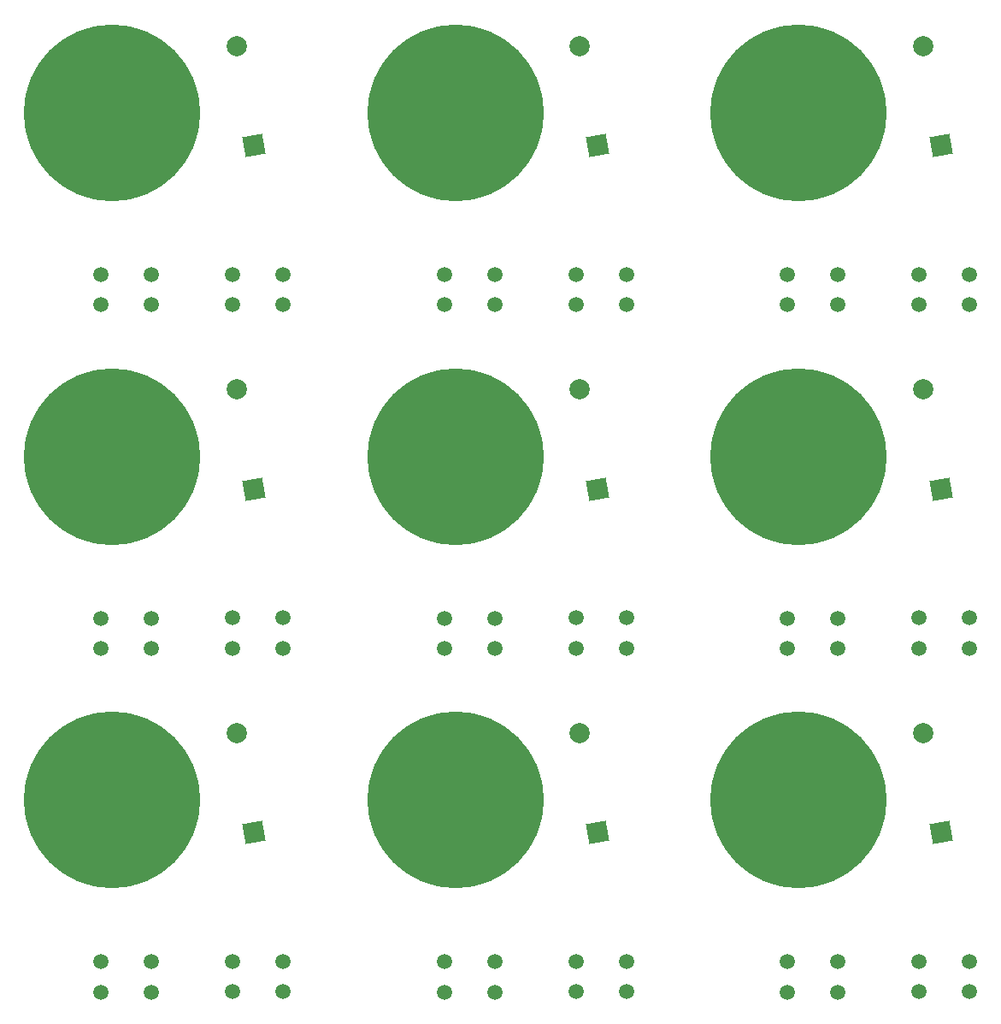
<source format=gbr>
%TF.GenerationSoftware,KiCad,Pcbnew,7.0.5*%
%TF.CreationDate,2023-10-26T18:16:15+09:00*%
%TF.ProjectId,clover_timer_p,636c6f76-6572-45f7-9469-6d65725f702e,rev?*%
%TF.SameCoordinates,Original*%
%TF.FileFunction,Soldermask,Bot*%
%TF.FilePolarity,Negative*%
%FSLAX46Y46*%
G04 Gerber Fmt 4.6, Leading zero omitted, Abs format (unit mm)*
G04 Created by KiCad (PCBNEW 7.0.5) date 2023-10-26 18:16:15*
%MOMM*%
%LPD*%
G01*
G04 APERTURE LIST*
G04 Aperture macros list*
%AMRotRect*
0 Rectangle, with rotation*
0 The origin of the aperture is its center*
0 $1 length*
0 $2 width*
0 $3 Rotation angle, in degrees counterclockwise*
0 Add horizontal line*
21,1,$1,$2,0,0,$3*%
G04 Aperture macros list end*
%ADD10C,2.000000*%
%ADD11RotRect,2.000000X2.000000X100.000000*%
%ADD12C,1.500000*%
%ADD13C,17.500000*%
G04 APERTURE END LIST*
D10*
%TO.C,BZ9*%
X180431759Y-121475961D03*
D11*
X182168241Y-131324039D03*
%TD*%
D12*
%TO.C,SW17*%
X172000000Y-144100000D03*
X167000000Y-144100000D03*
X172000000Y-147100000D03*
X167000000Y-147100000D03*
%TD*%
D13*
%TO.C,J18*%
X168100000Y-128100000D03*
%TD*%
D12*
%TO.C,SW18*%
X185025000Y-144075000D03*
X180025000Y-144075000D03*
X185025000Y-147075000D03*
X180025000Y-147075000D03*
%TD*%
D10*
%TO.C,BZ8*%
X146431759Y-121475961D03*
D11*
X148168241Y-131324039D03*
%TD*%
D12*
%TO.C,SW15*%
X138000000Y-144100000D03*
X133000000Y-144100000D03*
X138000000Y-147100000D03*
X133000000Y-147100000D03*
%TD*%
D13*
%TO.C,J16*%
X134100000Y-128100000D03*
%TD*%
D12*
%TO.C,SW16*%
X151025000Y-144075000D03*
X146025000Y-144075000D03*
X151025000Y-147075000D03*
X146025000Y-147075000D03*
%TD*%
D10*
%TO.C,BZ7*%
X112431759Y-121475961D03*
D11*
X114168241Y-131324039D03*
%TD*%
D12*
%TO.C,SW13*%
X104000000Y-144100000D03*
X99000000Y-144100000D03*
X104000000Y-147100000D03*
X99000000Y-147100000D03*
%TD*%
D13*
%TO.C,J14*%
X100100000Y-128100000D03*
%TD*%
D12*
%TO.C,SW14*%
X117025000Y-144075000D03*
X112025000Y-144075000D03*
X117025000Y-147075000D03*
X112025000Y-147075000D03*
%TD*%
D10*
%TO.C,BZ6*%
X180431759Y-87475961D03*
D11*
X182168241Y-97324039D03*
%TD*%
D12*
%TO.C,SW11*%
X172000000Y-110100000D03*
X167000000Y-110100000D03*
X172000000Y-113100000D03*
X167000000Y-113100000D03*
%TD*%
D13*
%TO.C,J12*%
X168100000Y-94100000D03*
%TD*%
D12*
%TO.C,SW12*%
X185025000Y-110075000D03*
X180025000Y-110075000D03*
X185025000Y-113075000D03*
X180025000Y-113075000D03*
%TD*%
D10*
%TO.C,BZ5*%
X146431759Y-87475961D03*
D11*
X148168241Y-97324039D03*
%TD*%
D12*
%TO.C,SW9*%
X138000000Y-110100000D03*
X133000000Y-110100000D03*
X138000000Y-113100000D03*
X133000000Y-113100000D03*
%TD*%
D13*
%TO.C,J10*%
X134100000Y-94100000D03*
%TD*%
D12*
%TO.C,SW10*%
X151025000Y-110075000D03*
X146025000Y-110075000D03*
X151025000Y-113075000D03*
X146025000Y-113075000D03*
%TD*%
D10*
%TO.C,BZ4*%
X112431759Y-87475961D03*
D11*
X114168241Y-97324039D03*
%TD*%
D12*
%TO.C,SW7*%
X104000000Y-110100000D03*
X99000000Y-110100000D03*
X104000000Y-113100000D03*
X99000000Y-113100000D03*
%TD*%
D13*
%TO.C,J8*%
X100100000Y-94100000D03*
%TD*%
D12*
%TO.C,SW8*%
X117025000Y-110075000D03*
X112025000Y-110075000D03*
X117025000Y-113075000D03*
X112025000Y-113075000D03*
%TD*%
D10*
%TO.C,BZ3*%
X180431759Y-53475961D03*
D11*
X182168241Y-63324039D03*
%TD*%
D12*
%TO.C,SW5*%
X172000000Y-76100000D03*
X167000000Y-76100000D03*
X172000000Y-79100000D03*
X167000000Y-79100000D03*
%TD*%
D13*
%TO.C,J6*%
X168100000Y-60100000D03*
%TD*%
D12*
%TO.C,SW6*%
X185025000Y-76075000D03*
X180025000Y-76075000D03*
X185025000Y-79075000D03*
X180025000Y-79075000D03*
%TD*%
D10*
%TO.C,BZ2*%
X146431759Y-53475961D03*
D11*
X148168241Y-63324039D03*
%TD*%
D12*
%TO.C,SW3*%
X138000000Y-76100000D03*
X133000000Y-76100000D03*
X138000000Y-79100000D03*
X133000000Y-79100000D03*
%TD*%
D13*
%TO.C,J4*%
X134100000Y-60100000D03*
%TD*%
D12*
%TO.C,SW4*%
X151025000Y-76075000D03*
X146025000Y-76075000D03*
X151025000Y-79075000D03*
X146025000Y-79075000D03*
%TD*%
%TO.C,SW2*%
X112025000Y-79075000D03*
X117025000Y-79075000D03*
X112025000Y-76075000D03*
X117025000Y-76075000D03*
%TD*%
D11*
%TO.C,BZ1*%
X114168241Y-63324039D03*
D10*
X112431759Y-53475961D03*
%TD*%
D12*
%TO.C,SW1*%
X99000000Y-79100000D03*
X104000000Y-79100000D03*
X99000000Y-76100000D03*
X104000000Y-76100000D03*
%TD*%
D13*
%TO.C,J2*%
X100100000Y-60100000D03*
%TD*%
M02*

</source>
